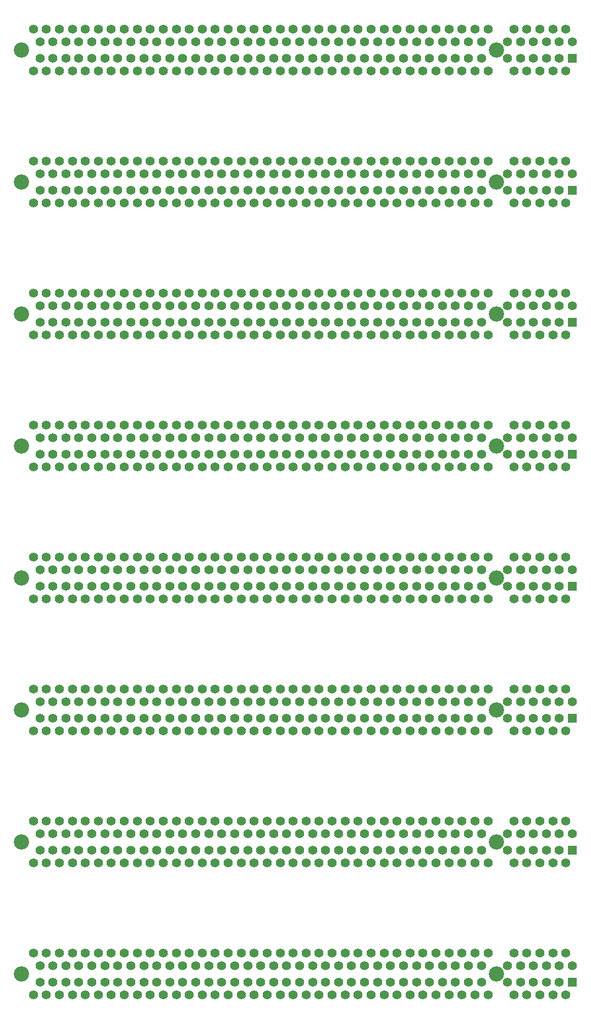
<source format=gbr>
%TF.GenerationSoftware,KiCad,Pcbnew,8.0.0*%
%TF.CreationDate,2024-11-27T22:09:34-06:00*%
%TF.ProjectId,backplane,6261636b-706c-4616-9e65-2e6b69636164,rev?*%
%TF.SameCoordinates,Original*%
%TF.FileFunction,Soldermask,Top*%
%TF.FilePolarity,Negative*%
%FSLAX46Y46*%
G04 Gerber Fmt 4.6, Leading zero omitted, Abs format (unit mm)*
G04 Created by KiCad (PCBNEW 8.0.0) date 2024-11-27 22:09:34*
%MOMM*%
%LPD*%
G01*
G04 APERTURE LIST*
G04 Aperture macros list*
%AMRoundRect*
0 Rectangle with rounded corners*
0 $1 Rounding radius*
0 $2 $3 $4 $5 $6 $7 $8 $9 X,Y pos of 4 corners*
0 Add a 4 corners polygon primitive as box body*
4,1,4,$2,$3,$4,$5,$6,$7,$8,$9,$2,$3,0*
0 Add four circle primitives for the rounded corners*
1,1,$1+$1,$2,$3*
1,1,$1+$1,$4,$5*
1,1,$1+$1,$6,$7*
1,1,$1+$1,$8,$9*
0 Add four rect primitives between the rounded corners*
20,1,$1+$1,$2,$3,$4,$5,0*
20,1,$1+$1,$4,$5,$6,$7,0*
20,1,$1+$1,$6,$7,$8,$9,0*
20,1,$1+$1,$8,$9,$2,$3,0*%
G04 Aperture macros list end*
%ADD10C,2.350000*%
%ADD11RoundRect,0.102000X-0.604000X-0.604000X0.604000X-0.604000X0.604000X0.604000X-0.604000X0.604000X0*%
%ADD12C,1.412000*%
G04 APERTURE END LIST*
D10*
%TO.C,J9*%
X59500000Y-133850000D03*
X132650000Y-133850000D03*
D11*
X144300000Y-135100000D03*
D12*
X143300000Y-137100000D03*
X142300000Y-135100000D03*
X141300000Y-137100000D03*
X140300000Y-135100000D03*
X139300000Y-137100000D03*
X138300000Y-135100000D03*
X137300000Y-137100000D03*
X136300000Y-135100000D03*
X135300000Y-137100000D03*
X134300000Y-135100000D03*
X131300000Y-137100000D03*
X130300000Y-135100000D03*
X129300000Y-137100000D03*
X128300000Y-135100000D03*
X127300000Y-137100000D03*
X126300000Y-135100000D03*
X125300000Y-137100000D03*
X124300000Y-135100000D03*
X123300000Y-137100000D03*
X122300000Y-135100000D03*
X121300000Y-137100000D03*
X120300000Y-135100000D03*
X119300000Y-137100000D03*
X118300000Y-135100000D03*
X117300000Y-137100000D03*
X116300000Y-135100000D03*
X115300000Y-137100000D03*
X114300000Y-135100000D03*
X113300000Y-137100000D03*
X112300000Y-135100000D03*
X111300000Y-137100000D03*
X110300000Y-135100000D03*
X109300000Y-137100000D03*
X108300000Y-135100000D03*
X107300000Y-137100000D03*
X106300000Y-135100000D03*
X105300000Y-137100000D03*
X104300000Y-135100000D03*
X103300000Y-137100000D03*
X102300000Y-135100000D03*
X101300000Y-137100000D03*
X100300000Y-135100000D03*
X99300000Y-137100000D03*
X98300000Y-135100000D03*
X97300000Y-137100000D03*
X96300000Y-135100000D03*
X95300000Y-137100000D03*
X94300000Y-135100000D03*
X93300000Y-137100000D03*
X92300000Y-135100000D03*
X91300000Y-137100000D03*
X90300000Y-135100000D03*
X89300000Y-137100000D03*
X88300000Y-135100000D03*
X87300000Y-137100000D03*
X86300000Y-135100000D03*
X85300000Y-137100000D03*
X84300000Y-135100000D03*
X83300000Y-137100000D03*
X82300000Y-135100000D03*
X81300000Y-137100000D03*
X80300000Y-135100000D03*
X79300000Y-137100000D03*
X78300000Y-135100000D03*
X77300000Y-137100000D03*
X76300000Y-135100000D03*
X75300000Y-137100000D03*
X74300000Y-135100000D03*
X73300000Y-137100000D03*
X72300000Y-135100000D03*
X71300000Y-137100000D03*
X70300000Y-135100000D03*
X69300000Y-137100000D03*
X68300000Y-135100000D03*
X67300000Y-137100000D03*
X66300000Y-135100000D03*
X65300000Y-137100000D03*
X64300000Y-135100000D03*
X63300000Y-137100000D03*
X62300000Y-135100000D03*
X61300000Y-137100000D03*
X144300000Y-132600000D03*
X143300000Y-130600000D03*
X142300000Y-132600000D03*
X141300000Y-130600000D03*
X140300000Y-132600000D03*
X139300000Y-130600000D03*
X138300000Y-132600000D03*
X137300000Y-130600000D03*
X136300000Y-132600000D03*
X135300000Y-130600000D03*
X134300000Y-132600000D03*
X131300000Y-130600000D03*
X130300000Y-132600000D03*
X129300000Y-130600000D03*
X128300000Y-132600000D03*
X127300000Y-130600000D03*
X126300000Y-132600000D03*
X125300000Y-130600000D03*
X124300000Y-132600000D03*
X123300000Y-130600000D03*
X122300000Y-132600000D03*
X121300000Y-130600000D03*
X120300000Y-132600000D03*
X119300000Y-130600000D03*
X118300000Y-132600000D03*
X117300000Y-130600000D03*
X116300000Y-132600000D03*
X115300000Y-130600000D03*
X114300000Y-132600000D03*
X113300000Y-130600000D03*
X112300000Y-132600000D03*
X111300000Y-130600000D03*
X110300000Y-132600000D03*
X109300000Y-130600000D03*
X108300000Y-132600000D03*
X107300000Y-130600000D03*
X106300000Y-132600000D03*
X105300000Y-130600000D03*
X104300000Y-132600000D03*
X103300000Y-130600000D03*
X102300000Y-132600000D03*
X101300000Y-130600000D03*
X100300000Y-132600000D03*
X99300000Y-130600000D03*
X98300000Y-132600000D03*
X97300000Y-130600000D03*
X96300000Y-132600000D03*
X95300000Y-130600000D03*
X94300000Y-132600000D03*
X93300000Y-130600000D03*
X92300000Y-132600000D03*
X91300000Y-130600000D03*
X90300000Y-132600000D03*
X89300000Y-130600000D03*
X88300000Y-132600000D03*
X87300000Y-130600000D03*
X86300000Y-132600000D03*
X85300000Y-130600000D03*
X84300000Y-132600000D03*
X83300000Y-130600000D03*
X82300000Y-132600000D03*
X81300000Y-130600000D03*
X80300000Y-132600000D03*
X79300000Y-130600000D03*
X78300000Y-132600000D03*
X77300000Y-130600000D03*
X76300000Y-132600000D03*
X75300000Y-130600000D03*
X74300000Y-132600000D03*
X73300000Y-130600000D03*
X72300000Y-132600000D03*
X71300000Y-130600000D03*
X70300000Y-132600000D03*
X69300000Y-130600000D03*
X68300000Y-132600000D03*
X67300000Y-130600000D03*
X66300000Y-132600000D03*
X65300000Y-130600000D03*
X64300000Y-132600000D03*
X63300000Y-130600000D03*
X62300000Y-132600000D03*
X61300000Y-130600000D03*
%TD*%
D10*
%TO.C,J10*%
X59500000Y-113530000D03*
X132650000Y-113530000D03*
D11*
X144300000Y-114780000D03*
D12*
X143300000Y-116780000D03*
X142300000Y-114780000D03*
X141300000Y-116780000D03*
X140300000Y-114780000D03*
X139300000Y-116780000D03*
X138300000Y-114780000D03*
X137300000Y-116780000D03*
X136300000Y-114780000D03*
X135300000Y-116780000D03*
X134300000Y-114780000D03*
X131300000Y-116780000D03*
X130300000Y-114780000D03*
X129300000Y-116780000D03*
X128300000Y-114780000D03*
X127300000Y-116780000D03*
X126300000Y-114780000D03*
X125300000Y-116780000D03*
X124300000Y-114780000D03*
X123300000Y-116780000D03*
X122300000Y-114780000D03*
X121300000Y-116780000D03*
X120300000Y-114780000D03*
X119300000Y-116780000D03*
X118300000Y-114780000D03*
X117300000Y-116780000D03*
X116300000Y-114780000D03*
X115300000Y-116780000D03*
X114300000Y-114780000D03*
X113300000Y-116780000D03*
X112300000Y-114780000D03*
X111300000Y-116780000D03*
X110300000Y-114780000D03*
X109300000Y-116780000D03*
X108300000Y-114780000D03*
X107300000Y-116780000D03*
X106300000Y-114780000D03*
X105300000Y-116780000D03*
X104300000Y-114780000D03*
X103300000Y-116780000D03*
X102300000Y-114780000D03*
X101300000Y-116780000D03*
X100300000Y-114780000D03*
X99300000Y-116780000D03*
X98300000Y-114780000D03*
X97300000Y-116780000D03*
X96300000Y-114780000D03*
X95300000Y-116780000D03*
X94300000Y-114780000D03*
X93300000Y-116780000D03*
X92300000Y-114780000D03*
X91300000Y-116780000D03*
X90300000Y-114780000D03*
X89300000Y-116780000D03*
X88300000Y-114780000D03*
X87300000Y-116780000D03*
X86300000Y-114780000D03*
X85300000Y-116780000D03*
X84300000Y-114780000D03*
X83300000Y-116780000D03*
X82300000Y-114780000D03*
X81300000Y-116780000D03*
X80300000Y-114780000D03*
X79300000Y-116780000D03*
X78300000Y-114780000D03*
X77300000Y-116780000D03*
X76300000Y-114780000D03*
X75300000Y-116780000D03*
X74300000Y-114780000D03*
X73300000Y-116780000D03*
X72300000Y-114780000D03*
X71300000Y-116780000D03*
X70300000Y-114780000D03*
X69300000Y-116780000D03*
X68300000Y-114780000D03*
X67300000Y-116780000D03*
X66300000Y-114780000D03*
X65300000Y-116780000D03*
X64300000Y-114780000D03*
X63300000Y-116780000D03*
X62300000Y-114780000D03*
X61300000Y-116780000D03*
X144300000Y-112280000D03*
X143300000Y-110280000D03*
X142300000Y-112280000D03*
X141300000Y-110280000D03*
X140300000Y-112280000D03*
X139300000Y-110280000D03*
X138300000Y-112280000D03*
X137300000Y-110280000D03*
X136300000Y-112280000D03*
X135300000Y-110280000D03*
X134300000Y-112280000D03*
X131300000Y-110280000D03*
X130300000Y-112280000D03*
X129300000Y-110280000D03*
X128300000Y-112280000D03*
X127300000Y-110280000D03*
X126300000Y-112280000D03*
X125300000Y-110280000D03*
X124300000Y-112280000D03*
X123300000Y-110280000D03*
X122300000Y-112280000D03*
X121300000Y-110280000D03*
X120300000Y-112280000D03*
X119300000Y-110280000D03*
X118300000Y-112280000D03*
X117300000Y-110280000D03*
X116300000Y-112280000D03*
X115300000Y-110280000D03*
X114300000Y-112280000D03*
X113300000Y-110280000D03*
X112300000Y-112280000D03*
X111300000Y-110280000D03*
X110300000Y-112280000D03*
X109300000Y-110280000D03*
X108300000Y-112280000D03*
X107300000Y-110280000D03*
X106300000Y-112280000D03*
X105300000Y-110280000D03*
X104300000Y-112280000D03*
X103300000Y-110280000D03*
X102300000Y-112280000D03*
X101300000Y-110280000D03*
X100300000Y-112280000D03*
X99300000Y-110280000D03*
X98300000Y-112280000D03*
X97300000Y-110280000D03*
X96300000Y-112280000D03*
X95300000Y-110280000D03*
X94300000Y-112280000D03*
X93300000Y-110280000D03*
X92300000Y-112280000D03*
X91300000Y-110280000D03*
X90300000Y-112280000D03*
X89300000Y-110280000D03*
X88300000Y-112280000D03*
X87300000Y-110280000D03*
X86300000Y-112280000D03*
X85300000Y-110280000D03*
X84300000Y-112280000D03*
X83300000Y-110280000D03*
X82300000Y-112280000D03*
X81300000Y-110280000D03*
X80300000Y-112280000D03*
X79300000Y-110280000D03*
X78300000Y-112280000D03*
X77300000Y-110280000D03*
X76300000Y-112280000D03*
X75300000Y-110280000D03*
X74300000Y-112280000D03*
X73300000Y-110280000D03*
X72300000Y-112280000D03*
X71300000Y-110280000D03*
X70300000Y-112280000D03*
X69300000Y-110280000D03*
X68300000Y-112280000D03*
X67300000Y-110280000D03*
X66300000Y-112280000D03*
X65300000Y-110280000D03*
X64300000Y-112280000D03*
X63300000Y-110280000D03*
X62300000Y-112280000D03*
X61300000Y-110280000D03*
%TD*%
D10*
%TO.C,J3*%
X59500000Y-72890000D03*
X132650000Y-72890000D03*
D11*
X144300000Y-74140000D03*
D12*
X143300000Y-76140000D03*
X142300000Y-74140000D03*
X141300000Y-76140000D03*
X140300000Y-74140000D03*
X139300000Y-76140000D03*
X138300000Y-74140000D03*
X137300000Y-76140000D03*
X136300000Y-74140000D03*
X135300000Y-76140000D03*
X134300000Y-74140000D03*
X131300000Y-76140000D03*
X130300000Y-74140000D03*
X129300000Y-76140000D03*
X128300000Y-74140000D03*
X127300000Y-76140000D03*
X126300000Y-74140000D03*
X125300000Y-76140000D03*
X124300000Y-74140000D03*
X123300000Y-76140000D03*
X122300000Y-74140000D03*
X121300000Y-76140000D03*
X120300000Y-74140000D03*
X119300000Y-76140000D03*
X118300000Y-74140000D03*
X117300000Y-76140000D03*
X116300000Y-74140000D03*
X115300000Y-76140000D03*
X114300000Y-74140000D03*
X113300000Y-76140000D03*
X112300000Y-74140000D03*
X111300000Y-76140000D03*
X110300000Y-74140000D03*
X109300000Y-76140000D03*
X108300000Y-74140000D03*
X107300000Y-76140000D03*
X106300000Y-74140000D03*
X105300000Y-76140000D03*
X104300000Y-74140000D03*
X103300000Y-76140000D03*
X102300000Y-74140000D03*
X101300000Y-76140000D03*
X100300000Y-74140000D03*
X99300000Y-76140000D03*
X98300000Y-74140000D03*
X97300000Y-76140000D03*
X96300000Y-74140000D03*
X95300000Y-76140000D03*
X94300000Y-74140000D03*
X93300000Y-76140000D03*
X92300000Y-74140000D03*
X91300000Y-76140000D03*
X90300000Y-74140000D03*
X89300000Y-76140000D03*
X88300000Y-74140000D03*
X87300000Y-76140000D03*
X86300000Y-74140000D03*
X85300000Y-76140000D03*
X84300000Y-74140000D03*
X83300000Y-76140000D03*
X82300000Y-74140000D03*
X81300000Y-76140000D03*
X80300000Y-74140000D03*
X79300000Y-76140000D03*
X78300000Y-74140000D03*
X77300000Y-76140000D03*
X76300000Y-74140000D03*
X75300000Y-76140000D03*
X74300000Y-74140000D03*
X73300000Y-76140000D03*
X72300000Y-74140000D03*
X71300000Y-76140000D03*
X70300000Y-74140000D03*
X69300000Y-76140000D03*
X68300000Y-74140000D03*
X67300000Y-76140000D03*
X66300000Y-74140000D03*
X65300000Y-76140000D03*
X64300000Y-74140000D03*
X63300000Y-76140000D03*
X62300000Y-74140000D03*
X61300000Y-76140000D03*
X144300000Y-71640000D03*
X143300000Y-69640000D03*
X142300000Y-71640000D03*
X141300000Y-69640000D03*
X140300000Y-71640000D03*
X139300000Y-69640000D03*
X138300000Y-71640000D03*
X137300000Y-69640000D03*
X136300000Y-71640000D03*
X135300000Y-69640000D03*
X134300000Y-71640000D03*
X131300000Y-69640000D03*
X130300000Y-71640000D03*
X129300000Y-69640000D03*
X128300000Y-71640000D03*
X127300000Y-69640000D03*
X126300000Y-71640000D03*
X125300000Y-69640000D03*
X124300000Y-71640000D03*
X123300000Y-69640000D03*
X122300000Y-71640000D03*
X121300000Y-69640000D03*
X120300000Y-71640000D03*
X119300000Y-69640000D03*
X118300000Y-71640000D03*
X117300000Y-69640000D03*
X116300000Y-71640000D03*
X115300000Y-69640000D03*
X114300000Y-71640000D03*
X113300000Y-69640000D03*
X112300000Y-71640000D03*
X111300000Y-69640000D03*
X110300000Y-71640000D03*
X109300000Y-69640000D03*
X108300000Y-71640000D03*
X107300000Y-69640000D03*
X106300000Y-71640000D03*
X105300000Y-69640000D03*
X104300000Y-71640000D03*
X103300000Y-69640000D03*
X102300000Y-71640000D03*
X101300000Y-69640000D03*
X100300000Y-71640000D03*
X99300000Y-69640000D03*
X98300000Y-71640000D03*
X97300000Y-69640000D03*
X96300000Y-71640000D03*
X95300000Y-69640000D03*
X94300000Y-71640000D03*
X93300000Y-69640000D03*
X92300000Y-71640000D03*
X91300000Y-69640000D03*
X90300000Y-71640000D03*
X89300000Y-69640000D03*
X88300000Y-71640000D03*
X87300000Y-69640000D03*
X86300000Y-71640000D03*
X85300000Y-69640000D03*
X84300000Y-71640000D03*
X83300000Y-69640000D03*
X82300000Y-71640000D03*
X81300000Y-69640000D03*
X80300000Y-71640000D03*
X79300000Y-69640000D03*
X78300000Y-71640000D03*
X77300000Y-69640000D03*
X76300000Y-71640000D03*
X75300000Y-69640000D03*
X74300000Y-71640000D03*
X73300000Y-69640000D03*
X72300000Y-71640000D03*
X71300000Y-69640000D03*
X70300000Y-71640000D03*
X69300000Y-69640000D03*
X68300000Y-71640000D03*
X67300000Y-69640000D03*
X66300000Y-71640000D03*
X65300000Y-69640000D03*
X64300000Y-71640000D03*
X63300000Y-69640000D03*
X62300000Y-71640000D03*
X61300000Y-69640000D03*
%TD*%
D10*
%TO.C,J13*%
X59500000Y-52570000D03*
X132650000Y-52570000D03*
D11*
X144300000Y-53820000D03*
D12*
X143300000Y-55820000D03*
X142300000Y-53820000D03*
X141300000Y-55820000D03*
X140300000Y-53820000D03*
X139300000Y-55820000D03*
X138300000Y-53820000D03*
X137300000Y-55820000D03*
X136300000Y-53820000D03*
X135300000Y-55820000D03*
X134300000Y-53820000D03*
X131300000Y-55820000D03*
X130300000Y-53820000D03*
X129300000Y-55820000D03*
X128300000Y-53820000D03*
X127300000Y-55820000D03*
X126300000Y-53820000D03*
X125300000Y-55820000D03*
X124300000Y-53820000D03*
X123300000Y-55820000D03*
X122300000Y-53820000D03*
X121300000Y-55820000D03*
X120300000Y-53820000D03*
X119300000Y-55820000D03*
X118300000Y-53820000D03*
X117300000Y-55820000D03*
X116300000Y-53820000D03*
X115300000Y-55820000D03*
X114300000Y-53820000D03*
X113300000Y-55820000D03*
X112300000Y-53820000D03*
X111300000Y-55820000D03*
X110300000Y-53820000D03*
X109300000Y-55820000D03*
X108300000Y-53820000D03*
X107300000Y-55820000D03*
X106300000Y-53820000D03*
X105300000Y-55820000D03*
X104300000Y-53820000D03*
X103300000Y-55820000D03*
X102300000Y-53820000D03*
X101300000Y-55820000D03*
X100300000Y-53820000D03*
X99300000Y-55820000D03*
X98300000Y-53820000D03*
X97300000Y-55820000D03*
X96300000Y-53820000D03*
X95300000Y-55820000D03*
X94300000Y-53820000D03*
X93300000Y-55820000D03*
X92300000Y-53820000D03*
X91300000Y-55820000D03*
X90300000Y-53820000D03*
X89300000Y-55820000D03*
X88300000Y-53820000D03*
X87300000Y-55820000D03*
X86300000Y-53820000D03*
X85300000Y-55820000D03*
X84300000Y-53820000D03*
X83300000Y-55820000D03*
X82300000Y-53820000D03*
X81300000Y-55820000D03*
X80300000Y-53820000D03*
X79300000Y-55820000D03*
X78300000Y-53820000D03*
X77300000Y-55820000D03*
X76300000Y-53820000D03*
X75300000Y-55820000D03*
X74300000Y-53820000D03*
X73300000Y-55820000D03*
X72300000Y-53820000D03*
X71300000Y-55820000D03*
X70300000Y-53820000D03*
X69300000Y-55820000D03*
X68300000Y-53820000D03*
X67300000Y-55820000D03*
X66300000Y-53820000D03*
X65300000Y-55820000D03*
X64300000Y-53820000D03*
X63300000Y-55820000D03*
X62300000Y-53820000D03*
X61300000Y-55820000D03*
X144300000Y-51320000D03*
X143300000Y-49320000D03*
X142300000Y-51320000D03*
X141300000Y-49320000D03*
X140300000Y-51320000D03*
X139300000Y-49320000D03*
X138300000Y-51320000D03*
X137300000Y-49320000D03*
X136300000Y-51320000D03*
X135300000Y-49320000D03*
X134300000Y-51320000D03*
X131300000Y-49320000D03*
X130300000Y-51320000D03*
X129300000Y-49320000D03*
X128300000Y-51320000D03*
X127300000Y-49320000D03*
X126300000Y-51320000D03*
X125300000Y-49320000D03*
X124300000Y-51320000D03*
X123300000Y-49320000D03*
X122300000Y-51320000D03*
X121300000Y-49320000D03*
X120300000Y-51320000D03*
X119300000Y-49320000D03*
X118300000Y-51320000D03*
X117300000Y-49320000D03*
X116300000Y-51320000D03*
X115300000Y-49320000D03*
X114300000Y-51320000D03*
X113300000Y-49320000D03*
X112300000Y-51320000D03*
X111300000Y-49320000D03*
X110300000Y-51320000D03*
X109300000Y-49320000D03*
X108300000Y-51320000D03*
X107300000Y-49320000D03*
X106300000Y-51320000D03*
X105300000Y-49320000D03*
X104300000Y-51320000D03*
X103300000Y-49320000D03*
X102300000Y-51320000D03*
X101300000Y-49320000D03*
X100300000Y-51320000D03*
X99300000Y-49320000D03*
X98300000Y-51320000D03*
X97300000Y-49320000D03*
X96300000Y-51320000D03*
X95300000Y-49320000D03*
X94300000Y-51320000D03*
X93300000Y-49320000D03*
X92300000Y-51320000D03*
X91300000Y-49320000D03*
X90300000Y-51320000D03*
X89300000Y-49320000D03*
X88300000Y-51320000D03*
X87300000Y-49320000D03*
X86300000Y-51320000D03*
X85300000Y-49320000D03*
X84300000Y-51320000D03*
X83300000Y-49320000D03*
X82300000Y-51320000D03*
X81300000Y-49320000D03*
X80300000Y-51320000D03*
X79300000Y-49320000D03*
X78300000Y-51320000D03*
X77300000Y-49320000D03*
X76300000Y-51320000D03*
X75300000Y-49320000D03*
X74300000Y-51320000D03*
X73300000Y-49320000D03*
X72300000Y-51320000D03*
X71300000Y-49320000D03*
X70300000Y-51320000D03*
X69300000Y-49320000D03*
X68300000Y-51320000D03*
X67300000Y-49320000D03*
X66300000Y-51320000D03*
X65300000Y-49320000D03*
X64300000Y-51320000D03*
X63300000Y-49320000D03*
X62300000Y-51320000D03*
X61300000Y-49320000D03*
%TD*%
D10*
%TO.C,J4*%
X59500000Y-93210000D03*
X132650000Y-93210000D03*
D11*
X144300000Y-94460000D03*
D12*
X143300000Y-96460000D03*
X142300000Y-94460000D03*
X141300000Y-96460000D03*
X140300000Y-94460000D03*
X139300000Y-96460000D03*
X138300000Y-94460000D03*
X137300000Y-96460000D03*
X136300000Y-94460000D03*
X135300000Y-96460000D03*
X134300000Y-94460000D03*
X131300000Y-96460000D03*
X130300000Y-94460000D03*
X129300000Y-96460000D03*
X128300000Y-94460000D03*
X127300000Y-96460000D03*
X126300000Y-94460000D03*
X125300000Y-96460000D03*
X124300000Y-94460000D03*
X123300000Y-96460000D03*
X122300000Y-94460000D03*
X121300000Y-96460000D03*
X120300000Y-94460000D03*
X119300000Y-96460000D03*
X118300000Y-94460000D03*
X117300000Y-96460000D03*
X116300000Y-94460000D03*
X115300000Y-96460000D03*
X114300000Y-94460000D03*
X113300000Y-96460000D03*
X112300000Y-94460000D03*
X111300000Y-96460000D03*
X110300000Y-94460000D03*
X109300000Y-96460000D03*
X108300000Y-94460000D03*
X107300000Y-96460000D03*
X106300000Y-94460000D03*
X105300000Y-96460000D03*
X104300000Y-94460000D03*
X103300000Y-96460000D03*
X102300000Y-94460000D03*
X101300000Y-96460000D03*
X100300000Y-94460000D03*
X99300000Y-96460000D03*
X98300000Y-94460000D03*
X97300000Y-96460000D03*
X96300000Y-94460000D03*
X95300000Y-96460000D03*
X94300000Y-94460000D03*
X93300000Y-96460000D03*
X92300000Y-94460000D03*
X91300000Y-96460000D03*
X90300000Y-94460000D03*
X89300000Y-96460000D03*
X88300000Y-94460000D03*
X87300000Y-96460000D03*
X86300000Y-94460000D03*
X85300000Y-96460000D03*
X84300000Y-94460000D03*
X83300000Y-96460000D03*
X82300000Y-94460000D03*
X81300000Y-96460000D03*
X80300000Y-94460000D03*
X79300000Y-96460000D03*
X78300000Y-94460000D03*
X77300000Y-96460000D03*
X76300000Y-94460000D03*
X75300000Y-96460000D03*
X74300000Y-94460000D03*
X73300000Y-96460000D03*
X72300000Y-94460000D03*
X71300000Y-96460000D03*
X70300000Y-94460000D03*
X69300000Y-96460000D03*
X68300000Y-94460000D03*
X67300000Y-96460000D03*
X66300000Y-94460000D03*
X65300000Y-96460000D03*
X64300000Y-94460000D03*
X63300000Y-96460000D03*
X62300000Y-94460000D03*
X61300000Y-96460000D03*
X144300000Y-91960000D03*
X143300000Y-89960000D03*
X142300000Y-91960000D03*
X141300000Y-89960000D03*
X140300000Y-91960000D03*
X139300000Y-89960000D03*
X138300000Y-91960000D03*
X137300000Y-89960000D03*
X136300000Y-91960000D03*
X135300000Y-89960000D03*
X134300000Y-91960000D03*
X131300000Y-89960000D03*
X130300000Y-91960000D03*
X129300000Y-89960000D03*
X128300000Y-91960000D03*
X127300000Y-89960000D03*
X126300000Y-91960000D03*
X125300000Y-89960000D03*
X124300000Y-91960000D03*
X123300000Y-89960000D03*
X122300000Y-91960000D03*
X121300000Y-89960000D03*
X120300000Y-91960000D03*
X119300000Y-89960000D03*
X118300000Y-91960000D03*
X117300000Y-89960000D03*
X116300000Y-91960000D03*
X115300000Y-89960000D03*
X114300000Y-91960000D03*
X113300000Y-89960000D03*
X112300000Y-91960000D03*
X111300000Y-89960000D03*
X110300000Y-91960000D03*
X109300000Y-89960000D03*
X108300000Y-91960000D03*
X107300000Y-89960000D03*
X106300000Y-91960000D03*
X105300000Y-89960000D03*
X104300000Y-91960000D03*
X103300000Y-89960000D03*
X102300000Y-91960000D03*
X101300000Y-89960000D03*
X100300000Y-91960000D03*
X99300000Y-89960000D03*
X98300000Y-91960000D03*
X97300000Y-89960000D03*
X96300000Y-91960000D03*
X95300000Y-89960000D03*
X94300000Y-91960000D03*
X93300000Y-89960000D03*
X92300000Y-91960000D03*
X91300000Y-89960000D03*
X90300000Y-91960000D03*
X89300000Y-89960000D03*
X88300000Y-91960000D03*
X87300000Y-89960000D03*
X86300000Y-91960000D03*
X85300000Y-89960000D03*
X84300000Y-91960000D03*
X83300000Y-89960000D03*
X82300000Y-91960000D03*
X81300000Y-89960000D03*
X80300000Y-91960000D03*
X79300000Y-89960000D03*
X78300000Y-91960000D03*
X77300000Y-89960000D03*
X76300000Y-91960000D03*
X75300000Y-89960000D03*
X74300000Y-91960000D03*
X73300000Y-89960000D03*
X72300000Y-91960000D03*
X71300000Y-89960000D03*
X70300000Y-91960000D03*
X69300000Y-89960000D03*
X68300000Y-91960000D03*
X67300000Y-89960000D03*
X66300000Y-91960000D03*
X65300000Y-89960000D03*
X64300000Y-91960000D03*
X63300000Y-89960000D03*
X62300000Y-91960000D03*
X61300000Y-89960000D03*
%TD*%
D10*
%TO.C,J2*%
X59500000Y-52570000D03*
X132650000Y-52570000D03*
D11*
X144300000Y-53820000D03*
D12*
X143300000Y-55820000D03*
X142300000Y-53820000D03*
X141300000Y-55820000D03*
X140300000Y-53820000D03*
X139300000Y-55820000D03*
X138300000Y-53820000D03*
X137300000Y-55820000D03*
X136300000Y-53820000D03*
X135300000Y-55820000D03*
X134300000Y-53820000D03*
X131300000Y-55820000D03*
X130300000Y-53820000D03*
X129300000Y-55820000D03*
X128300000Y-53820000D03*
X127300000Y-55820000D03*
X126300000Y-53820000D03*
X125300000Y-55820000D03*
X124300000Y-53820000D03*
X123300000Y-55820000D03*
X122300000Y-53820000D03*
X121300000Y-55820000D03*
X120300000Y-53820000D03*
X119300000Y-55820000D03*
X118300000Y-53820000D03*
X117300000Y-55820000D03*
X116300000Y-53820000D03*
X115300000Y-55820000D03*
X114300000Y-53820000D03*
X113300000Y-55820000D03*
X112300000Y-53820000D03*
X111300000Y-55820000D03*
X110300000Y-53820000D03*
X109300000Y-55820000D03*
X108300000Y-53820000D03*
X107300000Y-55820000D03*
X106300000Y-53820000D03*
X105300000Y-55820000D03*
X104300000Y-53820000D03*
X103300000Y-55820000D03*
X102300000Y-53820000D03*
X101300000Y-55820000D03*
X100300000Y-53820000D03*
X99300000Y-55820000D03*
X98300000Y-53820000D03*
X97300000Y-55820000D03*
X96300000Y-53820000D03*
X95300000Y-55820000D03*
X94300000Y-53820000D03*
X93300000Y-55820000D03*
X92300000Y-53820000D03*
X91300000Y-55820000D03*
X90300000Y-53820000D03*
X89300000Y-55820000D03*
X88300000Y-53820000D03*
X87300000Y-55820000D03*
X86300000Y-53820000D03*
X85300000Y-55820000D03*
X84300000Y-53820000D03*
X83300000Y-55820000D03*
X82300000Y-53820000D03*
X81300000Y-55820000D03*
X80300000Y-53820000D03*
X79300000Y-55820000D03*
X78300000Y-53820000D03*
X77300000Y-55820000D03*
X76300000Y-53820000D03*
X75300000Y-55820000D03*
X74300000Y-53820000D03*
X73300000Y-55820000D03*
X72300000Y-53820000D03*
X71300000Y-55820000D03*
X70300000Y-53820000D03*
X69300000Y-55820000D03*
X68300000Y-53820000D03*
X67300000Y-55820000D03*
X66300000Y-53820000D03*
X65300000Y-55820000D03*
X64300000Y-53820000D03*
X63300000Y-55820000D03*
X62300000Y-53820000D03*
X61300000Y-55820000D03*
X144300000Y-51320000D03*
X143300000Y-49320000D03*
X142300000Y-51320000D03*
X141300000Y-49320000D03*
X140300000Y-51320000D03*
X139300000Y-49320000D03*
X138300000Y-51320000D03*
X137300000Y-49320000D03*
X136300000Y-51320000D03*
X135300000Y-49320000D03*
X134300000Y-51320000D03*
X131300000Y-49320000D03*
X130300000Y-51320000D03*
X129300000Y-49320000D03*
X128300000Y-51320000D03*
X127300000Y-49320000D03*
X126300000Y-51320000D03*
X125300000Y-49320000D03*
X124300000Y-51320000D03*
X123300000Y-49320000D03*
X122300000Y-51320000D03*
X121300000Y-49320000D03*
X120300000Y-51320000D03*
X119300000Y-49320000D03*
X118300000Y-51320000D03*
X117300000Y-49320000D03*
X116300000Y-51320000D03*
X115300000Y-49320000D03*
X114300000Y-51320000D03*
X113300000Y-49320000D03*
X112300000Y-51320000D03*
X111300000Y-49320000D03*
X110300000Y-51320000D03*
X109300000Y-49320000D03*
X108300000Y-51320000D03*
X107300000Y-49320000D03*
X106300000Y-51320000D03*
X105300000Y-49320000D03*
X104300000Y-51320000D03*
X103300000Y-49320000D03*
X102300000Y-51320000D03*
X101300000Y-49320000D03*
X100300000Y-51320000D03*
X99300000Y-49320000D03*
X98300000Y-51320000D03*
X97300000Y-49320000D03*
X96300000Y-51320000D03*
X95300000Y-49320000D03*
X94300000Y-51320000D03*
X93300000Y-49320000D03*
X92300000Y-51320000D03*
X91300000Y-49320000D03*
X90300000Y-51320000D03*
X89300000Y-49320000D03*
X88300000Y-51320000D03*
X87300000Y-49320000D03*
X86300000Y-51320000D03*
X85300000Y-49320000D03*
X84300000Y-51320000D03*
X83300000Y-49320000D03*
X82300000Y-51320000D03*
X81300000Y-49320000D03*
X80300000Y-51320000D03*
X79300000Y-49320000D03*
X78300000Y-51320000D03*
X77300000Y-49320000D03*
X76300000Y-51320000D03*
X75300000Y-49320000D03*
X74300000Y-51320000D03*
X73300000Y-49320000D03*
X72300000Y-51320000D03*
X71300000Y-49320000D03*
X70300000Y-51320000D03*
X69300000Y-49320000D03*
X68300000Y-51320000D03*
X67300000Y-49320000D03*
X66300000Y-51320000D03*
X65300000Y-49320000D03*
X64300000Y-51320000D03*
X63300000Y-49320000D03*
X62300000Y-51320000D03*
X61300000Y-49320000D03*
%TD*%
D10*
%TO.C,J12*%
X59500000Y-72890000D03*
X132650000Y-72890000D03*
D11*
X144300000Y-74140000D03*
D12*
X143300000Y-76140000D03*
X142300000Y-74140000D03*
X141300000Y-76140000D03*
X140300000Y-74140000D03*
X139300000Y-76140000D03*
X138300000Y-74140000D03*
X137300000Y-76140000D03*
X136300000Y-74140000D03*
X135300000Y-76140000D03*
X134300000Y-74140000D03*
X131300000Y-76140000D03*
X130300000Y-74140000D03*
X129300000Y-76140000D03*
X128300000Y-74140000D03*
X127300000Y-76140000D03*
X126300000Y-74140000D03*
X125300000Y-76140000D03*
X124300000Y-74140000D03*
X123300000Y-76140000D03*
X122300000Y-74140000D03*
X121300000Y-76140000D03*
X120300000Y-74140000D03*
X119300000Y-76140000D03*
X118300000Y-74140000D03*
X117300000Y-76140000D03*
X116300000Y-74140000D03*
X115300000Y-76140000D03*
X114300000Y-74140000D03*
X113300000Y-76140000D03*
X112300000Y-74140000D03*
X111300000Y-76140000D03*
X110300000Y-74140000D03*
X109300000Y-76140000D03*
X108300000Y-74140000D03*
X107300000Y-76140000D03*
X106300000Y-74140000D03*
X105300000Y-76140000D03*
X104300000Y-74140000D03*
X103300000Y-76140000D03*
X102300000Y-74140000D03*
X101300000Y-76140000D03*
X100300000Y-74140000D03*
X99300000Y-76140000D03*
X98300000Y-74140000D03*
X97300000Y-76140000D03*
X96300000Y-74140000D03*
X95300000Y-76140000D03*
X94300000Y-74140000D03*
X93300000Y-76140000D03*
X92300000Y-74140000D03*
X91300000Y-76140000D03*
X90300000Y-74140000D03*
X89300000Y-76140000D03*
X88300000Y-74140000D03*
X87300000Y-76140000D03*
X86300000Y-74140000D03*
X85300000Y-76140000D03*
X84300000Y-74140000D03*
X83300000Y-76140000D03*
X82300000Y-74140000D03*
X81300000Y-76140000D03*
X80300000Y-74140000D03*
X79300000Y-76140000D03*
X78300000Y-74140000D03*
X77300000Y-76140000D03*
X76300000Y-74140000D03*
X75300000Y-76140000D03*
X74300000Y-74140000D03*
X73300000Y-76140000D03*
X72300000Y-74140000D03*
X71300000Y-76140000D03*
X70300000Y-74140000D03*
X69300000Y-76140000D03*
X68300000Y-74140000D03*
X67300000Y-76140000D03*
X66300000Y-74140000D03*
X65300000Y-76140000D03*
X64300000Y-74140000D03*
X63300000Y-76140000D03*
X62300000Y-74140000D03*
X61300000Y-76140000D03*
X144300000Y-71640000D03*
X143300000Y-69640000D03*
X142300000Y-71640000D03*
X141300000Y-69640000D03*
X140300000Y-71640000D03*
X139300000Y-69640000D03*
X138300000Y-71640000D03*
X137300000Y-69640000D03*
X136300000Y-71640000D03*
X135300000Y-69640000D03*
X134300000Y-71640000D03*
X131300000Y-69640000D03*
X130300000Y-71640000D03*
X129300000Y-69640000D03*
X128300000Y-71640000D03*
X127300000Y-69640000D03*
X126300000Y-71640000D03*
X125300000Y-69640000D03*
X124300000Y-71640000D03*
X123300000Y-69640000D03*
X122300000Y-71640000D03*
X121300000Y-69640000D03*
X120300000Y-71640000D03*
X119300000Y-69640000D03*
X118300000Y-71640000D03*
X117300000Y-69640000D03*
X116300000Y-71640000D03*
X115300000Y-69640000D03*
X114300000Y-71640000D03*
X113300000Y-69640000D03*
X112300000Y-71640000D03*
X111300000Y-69640000D03*
X110300000Y-71640000D03*
X109300000Y-69640000D03*
X108300000Y-71640000D03*
X107300000Y-69640000D03*
X106300000Y-71640000D03*
X105300000Y-69640000D03*
X104300000Y-71640000D03*
X103300000Y-69640000D03*
X102300000Y-71640000D03*
X101300000Y-69640000D03*
X100300000Y-71640000D03*
X99300000Y-69640000D03*
X98300000Y-71640000D03*
X97300000Y-69640000D03*
X96300000Y-71640000D03*
X95300000Y-69640000D03*
X94300000Y-71640000D03*
X93300000Y-69640000D03*
X92300000Y-71640000D03*
X91300000Y-69640000D03*
X90300000Y-71640000D03*
X89300000Y-69640000D03*
X88300000Y-71640000D03*
X87300000Y-69640000D03*
X86300000Y-71640000D03*
X85300000Y-69640000D03*
X84300000Y-71640000D03*
X83300000Y-69640000D03*
X82300000Y-71640000D03*
X81300000Y-69640000D03*
X80300000Y-71640000D03*
X79300000Y-69640000D03*
X78300000Y-71640000D03*
X77300000Y-69640000D03*
X76300000Y-71640000D03*
X75300000Y-69640000D03*
X74300000Y-71640000D03*
X73300000Y-69640000D03*
X72300000Y-71640000D03*
X71300000Y-69640000D03*
X70300000Y-71640000D03*
X69300000Y-69640000D03*
X68300000Y-71640000D03*
X67300000Y-69640000D03*
X66300000Y-71640000D03*
X65300000Y-69640000D03*
X64300000Y-71640000D03*
X63300000Y-69640000D03*
X62300000Y-71640000D03*
X61300000Y-69640000D03*
%TD*%
D10*
%TO.C,J5*%
X59500000Y-113530000D03*
X132650000Y-113530000D03*
D11*
X144300000Y-114780000D03*
D12*
X143300000Y-116780000D03*
X142300000Y-114780000D03*
X141300000Y-116780000D03*
X140300000Y-114780000D03*
X139300000Y-116780000D03*
X138300000Y-114780000D03*
X137300000Y-116780000D03*
X136300000Y-114780000D03*
X135300000Y-116780000D03*
X134300000Y-114780000D03*
X131300000Y-116780000D03*
X130300000Y-114780000D03*
X129300000Y-116780000D03*
X128300000Y-114780000D03*
X127300000Y-116780000D03*
X126300000Y-114780000D03*
X125300000Y-116780000D03*
X124300000Y-114780000D03*
X123300000Y-116780000D03*
X122300000Y-114780000D03*
X121300000Y-116780000D03*
X120300000Y-114780000D03*
X119300000Y-116780000D03*
X118300000Y-114780000D03*
X117300000Y-116780000D03*
X116300000Y-114780000D03*
X115300000Y-116780000D03*
X114300000Y-114780000D03*
X113300000Y-116780000D03*
X112300000Y-114780000D03*
X111300000Y-116780000D03*
X110300000Y-114780000D03*
X109300000Y-116780000D03*
X108300000Y-114780000D03*
X107300000Y-116780000D03*
X106300000Y-114780000D03*
X105300000Y-116780000D03*
X104300000Y-114780000D03*
X103300000Y-116780000D03*
X102300000Y-114780000D03*
X101300000Y-116780000D03*
X100300000Y-114780000D03*
X99300000Y-116780000D03*
X98300000Y-114780000D03*
X97300000Y-116780000D03*
X96300000Y-114780000D03*
X95300000Y-116780000D03*
X94300000Y-114780000D03*
X93300000Y-116780000D03*
X92300000Y-114780000D03*
X91300000Y-116780000D03*
X90300000Y-114780000D03*
X89300000Y-116780000D03*
X88300000Y-114780000D03*
X87300000Y-116780000D03*
X86300000Y-114780000D03*
X85300000Y-116780000D03*
X84300000Y-114780000D03*
X83300000Y-116780000D03*
X82300000Y-114780000D03*
X81300000Y-116780000D03*
X80300000Y-114780000D03*
X79300000Y-116780000D03*
X78300000Y-114780000D03*
X77300000Y-116780000D03*
X76300000Y-114780000D03*
X75300000Y-116780000D03*
X74300000Y-114780000D03*
X73300000Y-116780000D03*
X72300000Y-114780000D03*
X71300000Y-116780000D03*
X70300000Y-114780000D03*
X69300000Y-116780000D03*
X68300000Y-114780000D03*
X67300000Y-116780000D03*
X66300000Y-114780000D03*
X65300000Y-116780000D03*
X64300000Y-114780000D03*
X63300000Y-116780000D03*
X62300000Y-114780000D03*
X61300000Y-116780000D03*
X144300000Y-112280000D03*
X143300000Y-110280000D03*
X142300000Y-112280000D03*
X141300000Y-110280000D03*
X140300000Y-112280000D03*
X139300000Y-110280000D03*
X138300000Y-112280000D03*
X137300000Y-110280000D03*
X136300000Y-112280000D03*
X135300000Y-110280000D03*
X134300000Y-112280000D03*
X131300000Y-110280000D03*
X130300000Y-112280000D03*
X129300000Y-110280000D03*
X128300000Y-112280000D03*
X127300000Y-110280000D03*
X126300000Y-112280000D03*
X125300000Y-110280000D03*
X124300000Y-112280000D03*
X123300000Y-110280000D03*
X122300000Y-112280000D03*
X121300000Y-110280000D03*
X120300000Y-112280000D03*
X119300000Y-110280000D03*
X118300000Y-112280000D03*
X117300000Y-110280000D03*
X116300000Y-112280000D03*
X115300000Y-110280000D03*
X114300000Y-112280000D03*
X113300000Y-110280000D03*
X112300000Y-112280000D03*
X111300000Y-110280000D03*
X110300000Y-112280000D03*
X109300000Y-110280000D03*
X108300000Y-112280000D03*
X107300000Y-110280000D03*
X106300000Y-112280000D03*
X105300000Y-110280000D03*
X104300000Y-112280000D03*
X103300000Y-110280000D03*
X102300000Y-112280000D03*
X101300000Y-110280000D03*
X100300000Y-112280000D03*
X99300000Y-110280000D03*
X98300000Y-112280000D03*
X97300000Y-110280000D03*
X96300000Y-112280000D03*
X95300000Y-110280000D03*
X94300000Y-112280000D03*
X93300000Y-110280000D03*
X92300000Y-112280000D03*
X91300000Y-110280000D03*
X90300000Y-112280000D03*
X89300000Y-110280000D03*
X88300000Y-112280000D03*
X87300000Y-110280000D03*
X86300000Y-112280000D03*
X85300000Y-110280000D03*
X84300000Y-112280000D03*
X83300000Y-110280000D03*
X82300000Y-112280000D03*
X81300000Y-110280000D03*
X80300000Y-112280000D03*
X79300000Y-110280000D03*
X78300000Y-112280000D03*
X77300000Y-110280000D03*
X76300000Y-112280000D03*
X75300000Y-110280000D03*
X74300000Y-112280000D03*
X73300000Y-110280000D03*
X72300000Y-112280000D03*
X71300000Y-110280000D03*
X70300000Y-112280000D03*
X69300000Y-110280000D03*
X68300000Y-112280000D03*
X67300000Y-110280000D03*
X66300000Y-112280000D03*
X65300000Y-110280000D03*
X64300000Y-112280000D03*
X63300000Y-110280000D03*
X62300000Y-112280000D03*
X61300000Y-110280000D03*
%TD*%
D10*
%TO.C,J6*%
X59500000Y-133850000D03*
X132650000Y-133850000D03*
D11*
X144300000Y-135100000D03*
D12*
X143300000Y-137100000D03*
X142300000Y-135100000D03*
X141300000Y-137100000D03*
X140300000Y-135100000D03*
X139300000Y-137100000D03*
X138300000Y-135100000D03*
X137300000Y-137100000D03*
X136300000Y-135100000D03*
X135300000Y-137100000D03*
X134300000Y-135100000D03*
X131300000Y-137100000D03*
X130300000Y-135100000D03*
X129300000Y-137100000D03*
X128300000Y-135100000D03*
X127300000Y-137100000D03*
X126300000Y-135100000D03*
X125300000Y-137100000D03*
X124300000Y-135100000D03*
X123300000Y-137100000D03*
X122300000Y-135100000D03*
X121300000Y-137100000D03*
X120300000Y-135100000D03*
X119300000Y-137100000D03*
X118300000Y-135100000D03*
X117300000Y-137100000D03*
X116300000Y-135100000D03*
X115300000Y-137100000D03*
X114300000Y-135100000D03*
X113300000Y-137100000D03*
X112300000Y-135100000D03*
X111300000Y-137100000D03*
X110300000Y-135100000D03*
X109300000Y-137100000D03*
X108300000Y-135100000D03*
X107300000Y-137100000D03*
X106300000Y-135100000D03*
X105300000Y-137100000D03*
X104300000Y-135100000D03*
X103300000Y-137100000D03*
X102300000Y-135100000D03*
X101300000Y-137100000D03*
X100300000Y-135100000D03*
X99300000Y-137100000D03*
X98300000Y-135100000D03*
X97300000Y-137100000D03*
X96300000Y-135100000D03*
X95300000Y-137100000D03*
X94300000Y-135100000D03*
X93300000Y-137100000D03*
X92300000Y-135100000D03*
X91300000Y-137100000D03*
X90300000Y-135100000D03*
X89300000Y-137100000D03*
X88300000Y-135100000D03*
X87300000Y-137100000D03*
X86300000Y-135100000D03*
X85300000Y-137100000D03*
X84300000Y-135100000D03*
X83300000Y-137100000D03*
X82300000Y-135100000D03*
X81300000Y-137100000D03*
X80300000Y-135100000D03*
X79300000Y-137100000D03*
X78300000Y-135100000D03*
X77300000Y-137100000D03*
X76300000Y-135100000D03*
X75300000Y-137100000D03*
X74300000Y-135100000D03*
X73300000Y-137100000D03*
X72300000Y-135100000D03*
X71300000Y-137100000D03*
X70300000Y-135100000D03*
X69300000Y-137100000D03*
X68300000Y-135100000D03*
X67300000Y-137100000D03*
X66300000Y-135100000D03*
X65300000Y-137100000D03*
X64300000Y-135100000D03*
X63300000Y-137100000D03*
X62300000Y-135100000D03*
X61300000Y-137100000D03*
X144300000Y-132600000D03*
X143300000Y-130600000D03*
X142300000Y-132600000D03*
X141300000Y-130600000D03*
X140300000Y-132600000D03*
X139300000Y-130600000D03*
X138300000Y-132600000D03*
X137300000Y-130600000D03*
X136300000Y-132600000D03*
X135300000Y-130600000D03*
X134300000Y-132600000D03*
X131300000Y-130600000D03*
X130300000Y-132600000D03*
X129300000Y-130600000D03*
X128300000Y-132600000D03*
X127300000Y-130600000D03*
X126300000Y-132600000D03*
X125300000Y-130600000D03*
X124300000Y-132600000D03*
X123300000Y-130600000D03*
X122300000Y-132600000D03*
X121300000Y-130600000D03*
X120300000Y-132600000D03*
X119300000Y-130600000D03*
X118300000Y-132600000D03*
X117300000Y-130600000D03*
X116300000Y-132600000D03*
X115300000Y-130600000D03*
X114300000Y-132600000D03*
X113300000Y-130600000D03*
X112300000Y-132600000D03*
X111300000Y-130600000D03*
X110300000Y-132600000D03*
X109300000Y-130600000D03*
X108300000Y-132600000D03*
X107300000Y-130600000D03*
X106300000Y-132600000D03*
X105300000Y-130600000D03*
X104300000Y-132600000D03*
X103300000Y-130600000D03*
X102300000Y-132600000D03*
X101300000Y-130600000D03*
X100300000Y-132600000D03*
X99300000Y-130600000D03*
X98300000Y-132600000D03*
X97300000Y-130600000D03*
X96300000Y-132600000D03*
X95300000Y-130600000D03*
X94300000Y-132600000D03*
X93300000Y-130600000D03*
X92300000Y-132600000D03*
X91300000Y-130600000D03*
X90300000Y-132600000D03*
X89300000Y-130600000D03*
X88300000Y-132600000D03*
X87300000Y-130600000D03*
X86300000Y-132600000D03*
X85300000Y-130600000D03*
X84300000Y-132600000D03*
X83300000Y-130600000D03*
X82300000Y-132600000D03*
X81300000Y-130600000D03*
X80300000Y-132600000D03*
X79300000Y-130600000D03*
X78300000Y-132600000D03*
X77300000Y-130600000D03*
X76300000Y-132600000D03*
X75300000Y-130600000D03*
X74300000Y-132600000D03*
X73300000Y-130600000D03*
X72300000Y-132600000D03*
X71300000Y-130600000D03*
X70300000Y-132600000D03*
X69300000Y-130600000D03*
X68300000Y-132600000D03*
X67300000Y-130600000D03*
X66300000Y-132600000D03*
X65300000Y-130600000D03*
X64300000Y-132600000D03*
X63300000Y-130600000D03*
X62300000Y-132600000D03*
X61300000Y-130600000D03*
%TD*%
D10*
%TO.C,J8*%
X59500000Y-174490000D03*
X132650000Y-174490000D03*
D11*
X144300000Y-175740000D03*
D12*
X143300000Y-177740000D03*
X142300000Y-175740000D03*
X141300000Y-177740000D03*
X140300000Y-175740000D03*
X139300000Y-177740000D03*
X138300000Y-175740000D03*
X137300000Y-177740000D03*
X136300000Y-175740000D03*
X135300000Y-177740000D03*
X134300000Y-175740000D03*
X131300000Y-177740000D03*
X130300000Y-175740000D03*
X129300000Y-177740000D03*
X128300000Y-175740000D03*
X127300000Y-177740000D03*
X126300000Y-175740000D03*
X125300000Y-177740000D03*
X124300000Y-175740000D03*
X123300000Y-177740000D03*
X122300000Y-175740000D03*
X121300000Y-177740000D03*
X120300000Y-175740000D03*
X119300000Y-177740000D03*
X118300000Y-175740000D03*
X117300000Y-177740000D03*
X116300000Y-175740000D03*
X115300000Y-177740000D03*
X114300000Y-175740000D03*
X113300000Y-177740000D03*
X112300000Y-175740000D03*
X111300000Y-177740000D03*
X110300000Y-175740000D03*
X109300000Y-177740000D03*
X108300000Y-175740000D03*
X107300000Y-177740000D03*
X106300000Y-175740000D03*
X105300000Y-177740000D03*
X104300000Y-175740000D03*
X103300000Y-177740000D03*
X102300000Y-175740000D03*
X101300000Y-177740000D03*
X100300000Y-175740000D03*
X99300000Y-177740000D03*
X98300000Y-175740000D03*
X97300000Y-177740000D03*
X96300000Y-175740000D03*
X95300000Y-177740000D03*
X94300000Y-175740000D03*
X93300000Y-177740000D03*
X92300000Y-175740000D03*
X91300000Y-177740000D03*
X90300000Y-175740000D03*
X89300000Y-177740000D03*
X88300000Y-175740000D03*
X87300000Y-177740000D03*
X86300000Y-175740000D03*
X85300000Y-177740000D03*
X84300000Y-175740000D03*
X83300000Y-177740000D03*
X82300000Y-175740000D03*
X81300000Y-177740000D03*
X80300000Y-175740000D03*
X79300000Y-177740000D03*
X78300000Y-175740000D03*
X77300000Y-177740000D03*
X76300000Y-175740000D03*
X75300000Y-177740000D03*
X74300000Y-175740000D03*
X73300000Y-177740000D03*
X72300000Y-175740000D03*
X71300000Y-177740000D03*
X70300000Y-175740000D03*
X69300000Y-177740000D03*
X68300000Y-175740000D03*
X67300000Y-177740000D03*
X66300000Y-175740000D03*
X65300000Y-177740000D03*
X64300000Y-175740000D03*
X63300000Y-177740000D03*
X62300000Y-175740000D03*
X61300000Y-177740000D03*
X144300000Y-173240000D03*
X143300000Y-171240000D03*
X142300000Y-173240000D03*
X141300000Y-171240000D03*
X140300000Y-173240000D03*
X139300000Y-171240000D03*
X138300000Y-173240000D03*
X137300000Y-171240000D03*
X136300000Y-173240000D03*
X135300000Y-171240000D03*
X134300000Y-173240000D03*
X131300000Y-171240000D03*
X130300000Y-173240000D03*
X129300000Y-171240000D03*
X128300000Y-173240000D03*
X127300000Y-171240000D03*
X126300000Y-173240000D03*
X125300000Y-171240000D03*
X124300000Y-173240000D03*
X123300000Y-171240000D03*
X122300000Y-173240000D03*
X121300000Y-171240000D03*
X120300000Y-173240000D03*
X119300000Y-171240000D03*
X118300000Y-173240000D03*
X117300000Y-171240000D03*
X116300000Y-173240000D03*
X115300000Y-171240000D03*
X114300000Y-173240000D03*
X113300000Y-171240000D03*
X112300000Y-173240000D03*
X111300000Y-171240000D03*
X110300000Y-173240000D03*
X109300000Y-171240000D03*
X108300000Y-173240000D03*
X107300000Y-171240000D03*
X106300000Y-173240000D03*
X105300000Y-171240000D03*
X104300000Y-173240000D03*
X103300000Y-171240000D03*
X102300000Y-173240000D03*
X101300000Y-171240000D03*
X100300000Y-173240000D03*
X99300000Y-171240000D03*
X98300000Y-173240000D03*
X97300000Y-171240000D03*
X96300000Y-173240000D03*
X95300000Y-171240000D03*
X94300000Y-173240000D03*
X93300000Y-171240000D03*
X92300000Y-173240000D03*
X91300000Y-171240000D03*
X90300000Y-173240000D03*
X89300000Y-171240000D03*
X88300000Y-173240000D03*
X87300000Y-171240000D03*
X86300000Y-173240000D03*
X85300000Y-171240000D03*
X84300000Y-173240000D03*
X83300000Y-171240000D03*
X82300000Y-173240000D03*
X81300000Y-171240000D03*
X80300000Y-173240000D03*
X79300000Y-171240000D03*
X78300000Y-173240000D03*
X77300000Y-171240000D03*
X76300000Y-173240000D03*
X75300000Y-171240000D03*
X74300000Y-173240000D03*
X73300000Y-171240000D03*
X72300000Y-173240000D03*
X71300000Y-171240000D03*
X70300000Y-173240000D03*
X69300000Y-171240000D03*
X68300000Y-173240000D03*
X67300000Y-171240000D03*
X66300000Y-173240000D03*
X65300000Y-171240000D03*
X64300000Y-173240000D03*
X63300000Y-171240000D03*
X62300000Y-173240000D03*
X61300000Y-171240000D03*
%TD*%
D10*
%TO.C,J14*%
X59500000Y-32250000D03*
X132650000Y-32250000D03*
D11*
X144300000Y-33500000D03*
D12*
X143300000Y-35500000D03*
X142300000Y-33500000D03*
X141300000Y-35500000D03*
X140300000Y-33500000D03*
X139300000Y-35500000D03*
X138300000Y-33500000D03*
X137300000Y-35500000D03*
X136300000Y-33500000D03*
X135300000Y-35500000D03*
X134300000Y-33500000D03*
X131300000Y-35500000D03*
X130300000Y-33500000D03*
X129300000Y-35500000D03*
X128300000Y-33500000D03*
X127300000Y-35500000D03*
X126300000Y-33500000D03*
X125300000Y-35500000D03*
X124300000Y-33500000D03*
X123300000Y-35500000D03*
X122300000Y-33500000D03*
X121300000Y-35500000D03*
X120300000Y-33500000D03*
X119300000Y-35500000D03*
X118300000Y-33500000D03*
X117300000Y-35500000D03*
X116300000Y-33500000D03*
X115300000Y-35500000D03*
X114300000Y-33500000D03*
X113300000Y-35500000D03*
X112300000Y-33500000D03*
X111300000Y-35500000D03*
X110300000Y-33500000D03*
X109300000Y-35500000D03*
X108300000Y-33500000D03*
X107300000Y-35500000D03*
X106300000Y-33500000D03*
X105300000Y-35500000D03*
X104300000Y-33500000D03*
X103300000Y-35500000D03*
X102300000Y-33500000D03*
X101300000Y-35500000D03*
X100300000Y-33500000D03*
X99300000Y-35500000D03*
X98300000Y-33500000D03*
X97300000Y-35500000D03*
X96300000Y-33500000D03*
X95300000Y-35500000D03*
X94300000Y-33500000D03*
X93300000Y-35500000D03*
X92300000Y-33500000D03*
X91300000Y-35500000D03*
X90300000Y-33500000D03*
X89300000Y-35500000D03*
X88300000Y-33500000D03*
X87300000Y-35500000D03*
X86300000Y-33500000D03*
X85300000Y-35500000D03*
X84300000Y-33500000D03*
X83300000Y-35500000D03*
X82300000Y-33500000D03*
X81300000Y-35500000D03*
X80300000Y-33500000D03*
X79300000Y-35500000D03*
X78300000Y-33500000D03*
X77300000Y-35500000D03*
X76300000Y-33500000D03*
X75300000Y-35500000D03*
X74300000Y-33500000D03*
X73300000Y-35500000D03*
X72300000Y-33500000D03*
X71300000Y-35500000D03*
X70300000Y-33500000D03*
X69300000Y-35500000D03*
X68300000Y-33500000D03*
X67300000Y-35500000D03*
X66300000Y-33500000D03*
X65300000Y-35500000D03*
X64300000Y-33500000D03*
X63300000Y-35500000D03*
X62300000Y-33500000D03*
X61300000Y-35500000D03*
X144300000Y-31000000D03*
X143300000Y-29000000D03*
X142300000Y-31000000D03*
X141300000Y-29000000D03*
X140300000Y-31000000D03*
X139300000Y-29000000D03*
X138300000Y-31000000D03*
X137300000Y-29000000D03*
X136300000Y-31000000D03*
X135300000Y-29000000D03*
X134300000Y-31000000D03*
X131300000Y-29000000D03*
X130300000Y-31000000D03*
X129300000Y-29000000D03*
X128300000Y-31000000D03*
X127300000Y-29000000D03*
X126300000Y-31000000D03*
X125300000Y-29000000D03*
X124300000Y-31000000D03*
X123300000Y-29000000D03*
X122300000Y-31000000D03*
X121300000Y-29000000D03*
X120300000Y-31000000D03*
X119300000Y-29000000D03*
X118300000Y-31000000D03*
X117300000Y-29000000D03*
X116300000Y-31000000D03*
X115300000Y-29000000D03*
X114300000Y-31000000D03*
X113300000Y-29000000D03*
X112300000Y-31000000D03*
X111300000Y-29000000D03*
X110300000Y-31000000D03*
X109300000Y-29000000D03*
X108300000Y-31000000D03*
X107300000Y-29000000D03*
X106300000Y-31000000D03*
X105300000Y-29000000D03*
X104300000Y-31000000D03*
X103300000Y-29000000D03*
X102300000Y-31000000D03*
X101300000Y-29000000D03*
X100300000Y-31000000D03*
X99300000Y-29000000D03*
X98300000Y-31000000D03*
X97300000Y-29000000D03*
X96300000Y-31000000D03*
X95300000Y-29000000D03*
X94300000Y-31000000D03*
X93300000Y-29000000D03*
X92300000Y-31000000D03*
X91300000Y-29000000D03*
X90300000Y-31000000D03*
X89300000Y-29000000D03*
X88300000Y-31000000D03*
X87300000Y-29000000D03*
X86300000Y-31000000D03*
X85300000Y-29000000D03*
X84300000Y-31000000D03*
X83300000Y-29000000D03*
X82300000Y-31000000D03*
X81300000Y-29000000D03*
X80300000Y-31000000D03*
X79300000Y-29000000D03*
X78300000Y-31000000D03*
X77300000Y-29000000D03*
X76300000Y-31000000D03*
X75300000Y-29000000D03*
X74300000Y-31000000D03*
X73300000Y-29000000D03*
X72300000Y-31000000D03*
X71300000Y-29000000D03*
X70300000Y-31000000D03*
X69300000Y-29000000D03*
X68300000Y-31000000D03*
X67300000Y-29000000D03*
X66300000Y-31000000D03*
X65300000Y-29000000D03*
X64300000Y-31000000D03*
X63300000Y-29000000D03*
X62300000Y-31000000D03*
X61300000Y-29000000D03*
%TD*%
D10*
%TO.C,J1*%
X59500000Y-32250000D03*
X132650000Y-32250000D03*
D11*
X144300000Y-33500000D03*
D12*
X143300000Y-35500000D03*
X142300000Y-33500000D03*
X141300000Y-35500000D03*
X140300000Y-33500000D03*
X139300000Y-35500000D03*
X138300000Y-33500000D03*
X137300000Y-35500000D03*
X136300000Y-33500000D03*
X135300000Y-35500000D03*
X134300000Y-33500000D03*
X131300000Y-35500000D03*
X130300000Y-33500000D03*
X129300000Y-35500000D03*
X128300000Y-33500000D03*
X127300000Y-35500000D03*
X126300000Y-33500000D03*
X125300000Y-35500000D03*
X124300000Y-33500000D03*
X123300000Y-35500000D03*
X122300000Y-33500000D03*
X121300000Y-35500000D03*
X120300000Y-33500000D03*
X119300000Y-35500000D03*
X118300000Y-33500000D03*
X117300000Y-35500000D03*
X116300000Y-33500000D03*
X115300000Y-35500000D03*
X114300000Y-33500000D03*
X113300000Y-35500000D03*
X112300000Y-33500000D03*
X111300000Y-35500000D03*
X110300000Y-33500000D03*
X109300000Y-35500000D03*
X108300000Y-33500000D03*
X107300000Y-35500000D03*
X106300000Y-33500000D03*
X105300000Y-35500000D03*
X104300000Y-33500000D03*
X103300000Y-35500000D03*
X102300000Y-33500000D03*
X101300000Y-35500000D03*
X100300000Y-33500000D03*
X99300000Y-35500000D03*
X98300000Y-33500000D03*
X97300000Y-35500000D03*
X96300000Y-33500000D03*
X95300000Y-35500000D03*
X94300000Y-33500000D03*
X93300000Y-35500000D03*
X92300000Y-33500000D03*
X91300000Y-35500000D03*
X90300000Y-33500000D03*
X89300000Y-35500000D03*
X88300000Y-33500000D03*
X87300000Y-35500000D03*
X86300000Y-33500000D03*
X85300000Y-35500000D03*
X84300000Y-33500000D03*
X83300000Y-35500000D03*
X82300000Y-33500000D03*
X81300000Y-35500000D03*
X80300000Y-33500000D03*
X79300000Y-35500000D03*
X78300000Y-33500000D03*
X77300000Y-35500000D03*
X76300000Y-33500000D03*
X75300000Y-35500000D03*
X74300000Y-33500000D03*
X73300000Y-35500000D03*
X72300000Y-33500000D03*
X71300000Y-35500000D03*
X70300000Y-33500000D03*
X69300000Y-35500000D03*
X68300000Y-33500000D03*
X67300000Y-35500000D03*
X66300000Y-33500000D03*
X65300000Y-35500000D03*
X64300000Y-33500000D03*
X63300000Y-35500000D03*
X62300000Y-33500000D03*
X61300000Y-35500000D03*
X144300000Y-31000000D03*
X143300000Y-29000000D03*
X142300000Y-31000000D03*
X141300000Y-29000000D03*
X140300000Y-31000000D03*
X139300000Y-29000000D03*
X138300000Y-31000000D03*
X137300000Y-29000000D03*
X136300000Y-31000000D03*
X135300000Y-29000000D03*
X134300000Y-31000000D03*
X131300000Y-29000000D03*
X130300000Y-31000000D03*
X129300000Y-29000000D03*
X128300000Y-31000000D03*
X127300000Y-29000000D03*
X126300000Y-31000000D03*
X125300000Y-29000000D03*
X124300000Y-31000000D03*
X123300000Y-29000000D03*
X122300000Y-31000000D03*
X121300000Y-29000000D03*
X120300000Y-31000000D03*
X119300000Y-29000000D03*
X118300000Y-31000000D03*
X117300000Y-29000000D03*
X116300000Y-31000000D03*
X115300000Y-29000000D03*
X114300000Y-31000000D03*
X113300000Y-29000000D03*
X112300000Y-31000000D03*
X111300000Y-29000000D03*
X110300000Y-31000000D03*
X109300000Y-29000000D03*
X108300000Y-31000000D03*
X107300000Y-29000000D03*
X106300000Y-31000000D03*
X105300000Y-29000000D03*
X104300000Y-31000000D03*
X103300000Y-29000000D03*
X102300000Y-31000000D03*
X101300000Y-29000000D03*
X100300000Y-31000000D03*
X99300000Y-29000000D03*
X98300000Y-31000000D03*
X97300000Y-29000000D03*
X96300000Y-31000000D03*
X95300000Y-29000000D03*
X94300000Y-31000000D03*
X93300000Y-29000000D03*
X92300000Y-31000000D03*
X91300000Y-29000000D03*
X90300000Y-31000000D03*
X89300000Y-29000000D03*
X88300000Y-31000000D03*
X87300000Y-29000000D03*
X86300000Y-31000000D03*
X85300000Y-29000000D03*
X84300000Y-31000000D03*
X83300000Y-29000000D03*
X82300000Y-31000000D03*
X81300000Y-29000000D03*
X80300000Y-31000000D03*
X79300000Y-29000000D03*
X78300000Y-31000000D03*
X77300000Y-29000000D03*
X76300000Y-31000000D03*
X75300000Y-29000000D03*
X74300000Y-31000000D03*
X73300000Y-29000000D03*
X72300000Y-31000000D03*
X71300000Y-29000000D03*
X70300000Y-31000000D03*
X69300000Y-29000000D03*
X68300000Y-31000000D03*
X67300000Y-29000000D03*
X66300000Y-31000000D03*
X65300000Y-29000000D03*
X64300000Y-31000000D03*
X63300000Y-29000000D03*
X62300000Y-31000000D03*
X61300000Y-29000000D03*
%TD*%
D10*
%TO.C,J11*%
X59500000Y-93210000D03*
X132650000Y-93210000D03*
D11*
X144300000Y-94460000D03*
D12*
X143300000Y-96460000D03*
X142300000Y-94460000D03*
X141300000Y-96460000D03*
X140300000Y-94460000D03*
X139300000Y-96460000D03*
X138300000Y-94460000D03*
X137300000Y-96460000D03*
X136300000Y-94460000D03*
X135300000Y-96460000D03*
X134300000Y-94460000D03*
X131300000Y-96460000D03*
X130300000Y-94460000D03*
X129300000Y-96460000D03*
X128300000Y-94460000D03*
X127300000Y-96460000D03*
X126300000Y-94460000D03*
X125300000Y-96460000D03*
X124300000Y-94460000D03*
X123300000Y-96460000D03*
X122300000Y-94460000D03*
X121300000Y-96460000D03*
X120300000Y-94460000D03*
X119300000Y-96460000D03*
X118300000Y-94460000D03*
X117300000Y-96460000D03*
X116300000Y-94460000D03*
X115300000Y-96460000D03*
X114300000Y-94460000D03*
X113300000Y-96460000D03*
X112300000Y-94460000D03*
X111300000Y-96460000D03*
X110300000Y-94460000D03*
X109300000Y-96460000D03*
X108300000Y-94460000D03*
X107300000Y-96460000D03*
X106300000Y-94460000D03*
X105300000Y-96460000D03*
X104300000Y-94460000D03*
X103300000Y-96460000D03*
X102300000Y-94460000D03*
X101300000Y-96460000D03*
X100300000Y-94460000D03*
X99300000Y-96460000D03*
X98300000Y-94460000D03*
X97300000Y-96460000D03*
X96300000Y-94460000D03*
X95300000Y-96460000D03*
X94300000Y-94460000D03*
X93300000Y-96460000D03*
X92300000Y-94460000D03*
X91300000Y-96460000D03*
X90300000Y-94460000D03*
X89300000Y-96460000D03*
X88300000Y-94460000D03*
X87300000Y-96460000D03*
X86300000Y-94460000D03*
X85300000Y-96460000D03*
X84300000Y-94460000D03*
X83300000Y-96460000D03*
X82300000Y-94460000D03*
X81300000Y-96460000D03*
X80300000Y-94460000D03*
X79300000Y-96460000D03*
X78300000Y-94460000D03*
X77300000Y-96460000D03*
X76300000Y-94460000D03*
X75300000Y-96460000D03*
X74300000Y-94460000D03*
X73300000Y-96460000D03*
X72300000Y-94460000D03*
X71300000Y-96460000D03*
X70300000Y-94460000D03*
X69300000Y-96460000D03*
X68300000Y-94460000D03*
X67300000Y-96460000D03*
X66300000Y-94460000D03*
X65300000Y-96460000D03*
X64300000Y-94460000D03*
X63300000Y-96460000D03*
X62300000Y-94460000D03*
X61300000Y-96460000D03*
X144300000Y-91960000D03*
X143300000Y-89960000D03*
X142300000Y-91960000D03*
X141300000Y-89960000D03*
X140300000Y-91960000D03*
X139300000Y-89960000D03*
X138300000Y-91960000D03*
X137300000Y-89960000D03*
X136300000Y-91960000D03*
X135300000Y-89960000D03*
X134300000Y-91960000D03*
X131300000Y-89960000D03*
X130300000Y-91960000D03*
X129300000Y-89960000D03*
X128300000Y-91960000D03*
X127300000Y-89960000D03*
X126300000Y-91960000D03*
X125300000Y-89960000D03*
X124300000Y-91960000D03*
X123300000Y-89960000D03*
X122300000Y-91960000D03*
X121300000Y-89960000D03*
X120300000Y-91960000D03*
X119300000Y-89960000D03*
X118300000Y-91960000D03*
X117300000Y-89960000D03*
X116300000Y-91960000D03*
X115300000Y-89960000D03*
X114300000Y-91960000D03*
X113300000Y-89960000D03*
X112300000Y-91960000D03*
X111300000Y-89960000D03*
X110300000Y-91960000D03*
X109300000Y-89960000D03*
X108300000Y-91960000D03*
X107300000Y-89960000D03*
X106300000Y-91960000D03*
X105300000Y-89960000D03*
X104300000Y-91960000D03*
X103300000Y-89960000D03*
X102300000Y-91960000D03*
X101300000Y-89960000D03*
X100300000Y-91960000D03*
X99300000Y-89960000D03*
X98300000Y-91960000D03*
X97300000Y-89960000D03*
X96300000Y-91960000D03*
X95300000Y-89960000D03*
X94300000Y-91960000D03*
X93300000Y-89960000D03*
X92300000Y-91960000D03*
X91300000Y-89960000D03*
X90300000Y-91960000D03*
X89300000Y-89960000D03*
X88300000Y-91960000D03*
X87300000Y-89960000D03*
X86300000Y-91960000D03*
X85300000Y-89960000D03*
X84300000Y-91960000D03*
X83300000Y-89960000D03*
X82300000Y-91960000D03*
X81300000Y-89960000D03*
X80300000Y-91960000D03*
X79300000Y-89960000D03*
X78300000Y-91960000D03*
X77300000Y-89960000D03*
X76300000Y-91960000D03*
X75300000Y-89960000D03*
X74300000Y-91960000D03*
X73300000Y-89960000D03*
X72300000Y-91960000D03*
X71300000Y-89960000D03*
X70300000Y-91960000D03*
X69300000Y-89960000D03*
X68300000Y-91960000D03*
X67300000Y-89960000D03*
X66300000Y-91960000D03*
X65300000Y-89960000D03*
X64300000Y-91960000D03*
X63300000Y-89960000D03*
X62300000Y-91960000D03*
X61300000Y-89960000D03*
%TD*%
D10*
%TO.C,J7*%
X59500000Y-154170000D03*
X132650000Y-154170000D03*
D11*
X144300000Y-155420000D03*
D12*
X143300000Y-157420000D03*
X142300000Y-155420000D03*
X141300000Y-157420000D03*
X140300000Y-155420000D03*
X139300000Y-157420000D03*
X138300000Y-155420000D03*
X137300000Y-157420000D03*
X136300000Y-155420000D03*
X135300000Y-157420000D03*
X134300000Y-155420000D03*
X131300000Y-157420000D03*
X130300000Y-155420000D03*
X129300000Y-157420000D03*
X128300000Y-155420000D03*
X127300000Y-157420000D03*
X126300000Y-155420000D03*
X125300000Y-157420000D03*
X124300000Y-155420000D03*
X123300000Y-157420000D03*
X122300000Y-155420000D03*
X121300000Y-157420000D03*
X120300000Y-155420000D03*
X119300000Y-157420000D03*
X118300000Y-155420000D03*
X117300000Y-157420000D03*
X116300000Y-155420000D03*
X115300000Y-157420000D03*
X114300000Y-155420000D03*
X113300000Y-157420000D03*
X112300000Y-155420000D03*
X111300000Y-157420000D03*
X110300000Y-155420000D03*
X109300000Y-157420000D03*
X108300000Y-155420000D03*
X107300000Y-157420000D03*
X106300000Y-155420000D03*
X105300000Y-157420000D03*
X104300000Y-155420000D03*
X103300000Y-157420000D03*
X102300000Y-155420000D03*
X101300000Y-157420000D03*
X100300000Y-155420000D03*
X99300000Y-157420000D03*
X98300000Y-155420000D03*
X97300000Y-157420000D03*
X96300000Y-155420000D03*
X95300000Y-157420000D03*
X94300000Y-155420000D03*
X93300000Y-157420000D03*
X92300000Y-155420000D03*
X91300000Y-157420000D03*
X90300000Y-155420000D03*
X89300000Y-157420000D03*
X88300000Y-155420000D03*
X87300000Y-157420000D03*
X86300000Y-155420000D03*
X85300000Y-157420000D03*
X84300000Y-155420000D03*
X83300000Y-157420000D03*
X82300000Y-155420000D03*
X81300000Y-157420000D03*
X80300000Y-155420000D03*
X79300000Y-157420000D03*
X78300000Y-155420000D03*
X77300000Y-157420000D03*
X76300000Y-155420000D03*
X75300000Y-157420000D03*
X74300000Y-155420000D03*
X73300000Y-157420000D03*
X72300000Y-155420000D03*
X71300000Y-157420000D03*
X70300000Y-155420000D03*
X69300000Y-157420000D03*
X68300000Y-155420000D03*
X67300000Y-157420000D03*
X66300000Y-155420000D03*
X65300000Y-157420000D03*
X64300000Y-155420000D03*
X63300000Y-157420000D03*
X62300000Y-155420000D03*
X61300000Y-157420000D03*
X144300000Y-152920000D03*
X143300000Y-150920000D03*
X142300000Y-152920000D03*
X141300000Y-150920000D03*
X140300000Y-152920000D03*
X139300000Y-150920000D03*
X138300000Y-152920000D03*
X137300000Y-150920000D03*
X136300000Y-152920000D03*
X135300000Y-150920000D03*
X134300000Y-152920000D03*
X131300000Y-150920000D03*
X130300000Y-152920000D03*
X129300000Y-150920000D03*
X128300000Y-152920000D03*
X127300000Y-150920000D03*
X126300000Y-152920000D03*
X125300000Y-150920000D03*
X124300000Y-152920000D03*
X123300000Y-150920000D03*
X122300000Y-152920000D03*
X121300000Y-150920000D03*
X120300000Y-152920000D03*
X119300000Y-150920000D03*
X118300000Y-152920000D03*
X117300000Y-150920000D03*
X116300000Y-152920000D03*
X115300000Y-150920000D03*
X114300000Y-152920000D03*
X113300000Y-150920000D03*
X112300000Y-152920000D03*
X111300000Y-150920000D03*
X110300000Y-152920000D03*
X109300000Y-150920000D03*
X108300000Y-152920000D03*
X107300000Y-150920000D03*
X106300000Y-152920000D03*
X105300000Y-150920000D03*
X104300000Y-152920000D03*
X103300000Y-150920000D03*
X102300000Y-152920000D03*
X101300000Y-150920000D03*
X100300000Y-152920000D03*
X99300000Y-150920000D03*
X98300000Y-152920000D03*
X97300000Y-150920000D03*
X96300000Y-152920000D03*
X95300000Y-150920000D03*
X94300000Y-152920000D03*
X93300000Y-150920000D03*
X92300000Y-152920000D03*
X91300000Y-150920000D03*
X90300000Y-152920000D03*
X89300000Y-150920000D03*
X88300000Y-152920000D03*
X87300000Y-150920000D03*
X86300000Y-152920000D03*
X85300000Y-150920000D03*
X84300000Y-152920000D03*
X83300000Y-150920000D03*
X82300000Y-152920000D03*
X81300000Y-150920000D03*
X80300000Y-152920000D03*
X79300000Y-150920000D03*
X78300000Y-152920000D03*
X77300000Y-150920000D03*
X76300000Y-152920000D03*
X75300000Y-150920000D03*
X74300000Y-152920000D03*
X73300000Y-150920000D03*
X72300000Y-152920000D03*
X71300000Y-150920000D03*
X70300000Y-152920000D03*
X69300000Y-150920000D03*
X68300000Y-152920000D03*
X67300000Y-150920000D03*
X66300000Y-152920000D03*
X65300000Y-150920000D03*
X64300000Y-152920000D03*
X63300000Y-150920000D03*
X62300000Y-152920000D03*
X61300000Y-150920000D03*
%TD*%
M02*

</source>
